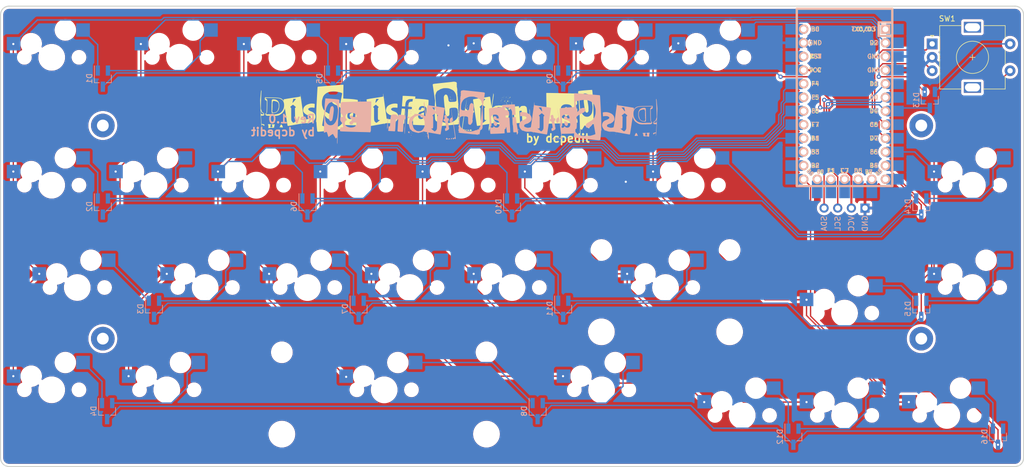
<source format=kicad_pcb>
(kicad_pcb (version 20211014) (generator pcbnew)
  (layers (0 "F.Cu" signal) (31 "B.Cu" signal) (34 "B.Paste" user) (35 "F.Paste" user) (36 "B.SilkS" user "B.Silkscreen") (37 "F.SilkS" user "F.Silkscreen") (38 "B.Mask" user) (39 "F.Mask" user) (44 "Edge.Cuts" user))
  (net 0 "")
  (net 1 "Net-(D1-Pad1)")
  (net 2 "Net-(D1-Pad2)")
  (net 3 "Row0")
  (net 4 "Net-(D2-Pad1)")
  (net 5 "Net-(D2-Pad2)")
  (net 6 "Row1")
  (net 7 "Net-(D3-Pad1)")
  (net 8 "Net-(D3-Pad2)")
  (net 9 "Row2")
  (net 10 "Net-(D4-Pad1)")
  (net 11 "Net-(D4-Pad2)")
  (net 12 "Row3")
  (net 13 "Net-(D5-Pad1)")
  (net 14 "Net-(D5-Pad2)")
  (net 15 "Net-(D6-Pad1)")
  (net 16 "Net-(D6-Pad2)")
  (net 17 "Net-(D7-Pad1)")
  (net 18 "Net-(D7-Pad2)")
  (net 19 "Net-(D8-Pad1)")
  (net 20 "Net-(D8-Pad2)")
  (net 21 "Net-(D9-Pad2)")
  (net 22 "Net-(D9-Pad1)")
  (net 23 "Net-(D10-Pad1)")
  (net 24 "Net-(D10-Pad2)")
  (net 25 "Net-(D11-Pad1)")
  (net 26 "Net-(D11-Pad2)")
  (net 27 "Net-(D12-Pad1)")
  (net 28 "Net-(D12-Pad2)")
  (net 29 "Net-(D13-Pad1)")
  (net 30 "Net-(D13-Pad2)")
  (net 31 "Net-(D14-Pad2)")
  (net 32 "Net-(D14-Pad1)")
  (net 33 "Net-(D15-Pad1)")
  (net 34 "Net-(D15-Pad2)")
  (net 36 "Net-(D16-Pad1)")
  (net 37 "GND")
  (net 38 "+5V")
  (net 39 "SCL")
  (net 40 "SDA")
  (net 41 "Col0")
  (net 42 "Col1")
  (net 43 "Col2")
  (net 44 "Col3")
  (net 45 "Col4")
  (net 46 "Col5")
  (net 47 "Col6")
  (net 48 "Col7")
  (net 49 "ENB")
  (net 50 "ENA")
  (footprint "MX_Only:MXOnly-1U-Hotswap" (layer "F.Cu") (at 61.9125 47.625)
    (fp_text reference "MX21")
    (fp_text value "MX-NoLED")
  )
  (footprint "MountingHole:MountingHole_2.2mm_M2_Pad" (layer "F.Cu") (at 33.3375 76.2)
    (fp_text reference "H2" hide)
    (fp_text value "MountingHole")
  )
  (footprint "MX_Only:MXOnly-1U-Hotswap" (layer "F.Cu") (at 90.4875 66.675)
    (fp_text reference "MX32")
    (fp_text value "MX-NoLED")
  )
  (footprint "MX_Only:MXOnly-1U-Hotswap" (layer "F.Cu") (at 47.625 23.8125)
    (fp_text reference "MX10")
    (fp_text value "MX-NoLED")
  )
  (footprint "MX_Only:MXOnly-1U-Hotswap" (layer "F.Cu") (at 52.3875 66.675)
    (fp_text reference "MX12")
    (fp_text value "MX-NoLED")
  )
  (footprint "MountingHole:MountingHole_2.2mm_M2_Pad" (layer "F.Cu") (at 185.7375 36.5125)
    (fp_text reference "H3" hide)
    (fp_text value "MountingHole")
  )
  (footprint "MX_Only:MXOnly-1U-Hotswap" (layer "F.Cu") (at 109.5375 23.8125)
    (fp_text reference "MX40")
    (fp_text value "MX-NoLED")
  )
  (footprint "Rotary_Encoder:RotaryEncoder_Alps_EC11E-Switch_Vertical_H20mm" (layer "F.Cu") (at 187.76875 21.3125)
    (fp_text reference "SW1")
    (fp_text value "Rotary_Encoder_Switch")
  )
  (footprint "dissat:logo" (layer "F.Cu") (at 93.6625 33.3375)
    (fp_text reference "G***" hide)
    (fp_text value "LOGO" hide)
  )
  (footprint "MX_Only:MXOnly-1U-Hotswap" (layer "F.Cu") (at 23.8125 47.625)
    (fp_text reference "MX01")
    (fp_text value "MX-NoLED")
  )
  (footprint "MX_Only:MXOnly-1U-Hotswap" (layer "F.Cu") (at 71.4375 66.675)
    (fp_text reference "MX22")
    (fp_text value "MX-NoLED")
  )
  (footprint "MX_Only:MXOnly-3U-Hotswap" (layer "F.Cu") (at 85.725 85.725)
    (fp_text reference "MX23")
    (fp_text value "MX-NoLED")
  )
  (footprint "MX_Only:MXOnly-1U-Hotswap" (layer "F.Cu") (at 85.725 23.8125)
    (fp_text reference "MX30")
    (fp_text value "MX-NoLED")
  )
  (footprint "MX_Only:MXOnly-1U-Hotswap" (layer "F.Cu") (at 109.5375 66.675)
    (fp_text reference "MX42")
    (fp_text value "MX-NoLED")
  )
  (footprint "MX_Only:MXOnly-1U-Hotswap" (layer "F.Cu") (at 190.5 90.4875)
    (fp_text reference "MX63")
    (fp_text value "MX-NoLED")
  )
  (footprint "MX_Only:MXOnly-1U-Hotswap" (layer "F.Cu") (at 80.9625 47.625)
    (fp_text reference "MX31")
    (fp_text value "MX-NoLED")
  )
  (footprint "MountingHole:MountingHole_2.2mm_M2_Pad" (layer "F.Cu") (at 185.7375 76.2)
    (fp_text reference "H4" hide)
    (fp_text value "MountingHole")
  )
  (footprint "MX_Only:MXOnly-1U-Hotswap" (layer "F.Cu") (at 66.675 23.8125)
    (fp_text reference "MX20")
    (fp_text value "MX-NoLED")
  )
  (footprint "MX_Only:MXOnly-1U-Hotswap" (layer "F.Cu") (at 195.2625 47.625)
    (fp_text reference "MX71")
    (fp_text value "MX-NoLED")
  )
  (footprint "MX_Only:MXOnly-1.5U-Hotswap" (layer "F.Cu") (at 142.875 47.625)
    (fp_text reference "MX61")
    (fp_text value "MX-NoLED")
  )
  (footprint "MX_Only:MXOnly-1U-Hotswap" (layer "F.Cu") (at 100.0125 47.625)
    (fp_text reference "MX41")
    (fp_text value "MX-NoLED")
  )
  (footprint "MX_Only:MXOnly-1U-Hotswap" (layer "F.Cu") (at 42.8625 47.625)
    (fp_text reference "MX11")
    (fp_text value "MX-NoLED")
  )
  (footprint "MX_Only:MXOnly-1.25U-Hotswap" (layer "F.Cu") (at 126.20625 85.725)
    (fp_text reference "MX33")
    (fp_text value "MX-NoLED")
  )
  (footprint "MX_Only:MXOnly-1U-Hotswap" (layer "F.Cu") (at 23.8125 23.8125)
    (fp_text reference "MX00")
    (fp_text value "MX-NoLED")
  )
  (footprint "MX_Only:MXOnly-1U-Hotswap" (layer "F.Cu") (at 147.6375 23.8125)
    (fp_text reference "MX60")
    (fp_text value "MX-NoLED")
  )
  (footprint "MX_Only:MXOnly-1U-Hotswap" (layer "F.Cu") (at 23.8125 85.725)
    (fp_text reference "MX03")
    (fp_text value "MX-NoLED")
  )
  (footprint "MX_Only:MXOnly-1U-Hotswap" (layer "F.Cu") (at 171.45 90.4875)
    (fp_text reference "MX53")
    (fp_text value "MX-NoLED")
  )
  (footprint "MX_Only:MXOnly-1U-Hotswap" (layer "F.Cu") (at 152.4 90.4875)
    (fp_text reference "MX43")
    (fp_text value "MX-NoLED")
  )
  (footprint "MX_Only:MXOnly-1U-Hotswap" (layer "F.Cu") (at 119.0625 47.625)
    (fp_text reference "MX51")
    (fp_text value "MX-NoLED")
  )
  (footprint "MX_Only:MXOnly-1U-Hotswap" (layer "F.Cu") (at 195.2625 66.675)
    (fp_text reference "MX72")
    (fp_text value "MX-NoLED")
  )
  (footprint "MX_Only:MXOnly-1U-Hotswap" (layer "F.Cu") (at 128.5875 23.8125)
    (fp_text reference "MX50")
    (fp_text value "MX-NoLED")
  )
  (footprint "MX_Only:MXOnly-2U-Hotswap" (layer "F.Cu") (at 138.1125 66.675)
    (fp_text reference "MX52")
    (fp_text value "MX-NoLED")
  )
  (footprint "MX_Only:MXOnly-1.25U-Hotswap" (layer "F.Cu") (at 45.24375 85.725)
    (fp_text reference "MX13")
    (fp_text value "MX-NoLED")
  )
  (footprint "Custom_Footprints:SSD1306_OLED" (layer "F.Cu") (at 171.45 34.13125 90)
    (fp_text reference "J1")
    (fp_text value "OLED")
  )
  (footprint "MX_Only:MXOnly-1U-Hotswap" (layer "F.Cu") (at 171.45 71.4375)
    (fp_text reference "MX62")
    (fp_text value "MX-NoLED")
  )
  (footprint "MX_Only:MXOnly-1.5U-Hotswap" (layer "F.Cu") (at 28.575 66.675)
    (fp_text reference "MX02")
    (fp_text value "MX-NoLED")
  )
  (footprint "MountingHole:MountingHole_2.2mm_M2_Pad" (layer "F.Cu") (at 33.3375 36.5125)
    (fp_text reference "H1" hide)
    (fp_text value "MountingHole")
  )
  (footprint "Keebio-Parts:SOT-23_Handsoldering" (layer "B.Cu") (at 34.13125 89.69375 -90)
    (fp_text reference "D4")
    (fp_text value "BAV70")
  )
  (footprint "Keebio-Parts:SOT-23_Handsoldering" (layer "B.Cu") (at 114.3 89.69375 -90)
    (fp_text reference "D8")
    (fp_text value "BAV70")
  )
  (footprint "Keebio-Parts:Elite-C-castellated-29pin-holes" (layer "B.Cu") (at 171.45 32.54375 -90)
    (fp_text reference "U1" hide)
    (fp_text value "Elite-C" hide)
  )
  (footprint "Keebio-Parts:SOT-23_Handsoldering" (layer "B.Cu") (at 119.0625 27.78125 -90)
    (fp_text reference "D9")
    (fp_text value "BAV70")
  )
  (footprint "Keebio-Parts:SOT-23_Handsoldering" (layer "B.Cu") (at 76.2 27.78125 -90)
    (fp_text reference "D5")
    (fp_text value "BAV70")
  )
  (footprint "Keebio-Parts:SOT-23_Handsoldering" (layer "B.Cu") (at 187.325 31.75 -90)
    (fp_text reference "D13")
    (fp_text value "BAV70")
  )
  (footprint "Keebio-Parts:SOT-23_Handsoldering" (layer "B.Cu") (at 42.8625 70.64375 -90)
    (fp_text reference "D3")
    (fp_text value "BAV70")
  )
  (footprint "Keebio-Parts:SOT-23_Handsoldering" (layer "B.Cu") (at 80.9625 70.64375 -90)
    (fp_text reference "D7")
    (fp_text value "BAV70")
  )
  (footprint "dissat:logo" (layer "B.Cu") (at 105.56875 34.925 180)
    (fp_text reference "G***" hide)
    (fp_text value "LOGO" hide)
  )
  (footprint "Keebio-Parts:SOT-23_Handsoldering" (layer "B.Cu") (at 71.4375 51.59375 -90)
    (fp_text reference "D6")
    (fp_text value "BAV70")
  )
  (footprint "Keebio-Parts:SOT-23_Handsoldering" (layer "B.Cu") (at 200.025 94.45625 -90)
    (fp_text reference "D16")
    (fp_text value "BAV70")
  )
  (footprint "Keebio-Parts:SOT-23_Handsoldering" (layer "B.Cu") (at 185.7375 70.64375 -90)
    (fp_text reference "D15")
    (fp_text value "BAV70")
  )
  (footprint "Keebio-Parts:SOT-23_Handsoldering" (layer "B.Cu") (at 161.925 94.45625 -90)
    (fp_text reference "D12")
    (fp_text value "BAV70")
  )
  (footprint "Keebio-Parts:SOT-23_Handsoldering" (layer "B.Cu") (at 33.3375 51.59375 -90)
    (fp_text reference "D2")
    (fp_text value "BAV70")
  )
  (footprint "Keebio-Parts:SOT-23_Handsoldering" (layer "B.Cu") (at 33.3375 27.78125 -90)
    (fp_text reference "D1")
    (fp_text value "BAV70")
  )
  (footprint "Keebio-Parts:SOT-23_Handsoldering" (layer "B.Cu") (at 185.7375 51.59375 -90)
    (fp_text reference "D14")
    (fp_text value "BAV70")
  )
  (footprint "Keebio-Parts:SOT-23_Handsoldering" (layer "B.Cu") (at 119.0625 70.64375 -90)
    (fp_text reference "D11")
    (fp_text value "BAV70")
  )
  (footprint "Keebio-Parts:SOT-23_Handsoldering" (layer "B.Cu") (at 109.5375 51.59375 -90)
    (fp_text reference "D10")
    (fp_text value "BAV70")
  )
  (gr_line (start 204.7875 15.875) (end 204.7875 98.425) (layer "Edge.Cuts") (width 0.2))
  (gr_line (start 203.2 14.2875) (end 15.875 14.2875) (layer "Edge.Cuts") (width 0.2))
  (gr_arc (start 15.875 100.0125) (mid 14.752468 99.547532) (end 14.2875 98.425) (layer "Edge.Cuts") (width 0.2))
  (gr_arc (start 204.7875 98.425) (mid 204.322532 99.547532) (end 203.2 100.0125) (layer "Edge.Cuts") (width 0.2))
  (gr_line (start 15.875 100.0125) (end 203.2 100.0125) (layer "Edge.Cuts") (width 0.2))
  (gr_arc (start 14.2875 15.875) (mid 14.752468 14.752468) (end 15.875 14.2875) (layer "Edge.Cuts") (width 0.2))
  (gr_arc (start 203.2 14.2875) (mid 204.322532 14.752468) (end 204.7875 15.875) (layer "Edge.Cuts") (width 0.2))
  (gr_line (start 14.2875 15.875) (end 14.2875 98.425) (layer "Edge.Cuts") (width 0.2))
  (gr_text "Rev 1.0\nby dcpedit" (at 73.025 36.5125) (layer "B.SilkS") (effects (font (size 1.5 1.5) (thickness 0.3)) (justify left mirror)))
  (gr_text "by dcpedit" (at 111.91875 38.89375) (layer "F.SilkS") (effects (font (size 1.5 1.5) (thickness 0.3)) (justify left)))
  (segment (start 32.3875 21.4655) (end 32.3875 26.28125) (width 0.25) (layer "B.Cu") (net 1))
  (segment (start 29.6545 18.7325) (end 32.3875 21.4655) (width 0.25) (layer "B.Cu") (net 1))
  (segment (start 51.455479 23.331475) (end 51.455479 20.744021) (width 0.25) (layer "B.Cu") (net 2))
  (segment (start 51.455479 20.744021) (end 53.467 18.7325) (width 0.25) (layer "B.Cu") (net 2))
  (segment (start 48.505704 26.28125) (end 51.455479 23.331475) (width 0.25) (layer "B.Cu") (net 2))
  (segment (start 34.2875 26.28125) (end 48.505704 26.28125) (width 0.25) (layer "B.Cu") (net 2))
  (segment (start 166.9155 27.912098) (end 166.9155 33.147) (width 0.25) (layer "F.Cu") (net 3))
  (segment (start 166.435402 27.432) (end 166.9155 27.912098) (width 0.25) (layer "F.Cu") (net 3))
  (segment (start 159.54375 27.432) (end 166.435402 27.432) (width 0.25) (layer "F.Cu") (net 3))
  (via (at 159.54375 27.432) (size 0.8) (drill 0.4) (layers "F.Cu" "B.Cu") (net 3))
  (via (at 166.9155 33.147) (size 0.8) (drill 0.4) (layers "F.Cu" "B.Cu") (net 3))
  (segment (start 121.61298 26.73077) (end 151.06923 26.73077) (width 0.25) (layer "B.Cu") (net 3))
  (segment (start 169.270555 32.64904) (end 177.90529 32.64904) (width 0.25) (layer "B.Cu") (net 3))
  (segment (start 73.64952 26.73077) (end 35.88798 26.73077) (width 0.25) (layer "B.Cu") (net 3))
  (segment (start 168.664602 33.254992) (end 169.047672 32.871922) (width 0.25) (layer "B.Cu") (net 3))
  (segment (start 119.0625 29.28125) (end 121.61298 26.73077) (width 0.25) (layer "B.Cu") (net 3))
  (segment (start 179.63375 33.25) (end 179.07 33.81375) (width 0.25) (layer "B.Cu") (net 3))
  (segment (start 167.023492 33.254992) (end 168.664602 33.254992) (width 0.25) (layer "B.Cu") (net 3))
  (segment (start 177.90529 32.64904) (end 179.07 33.81375) (width 0.25) (layer "B.Cu") (net 3))
  (segment (start 187.325 33.25) (end 179.63375 33.25) (width 0.25) (layer "B.Cu") (net 3))
  (segment (start 169.047672 32.871922) (end 169.270555 32.64904) (width 0.25) (layer "B.Cu") (net 3))
  (segment (start 151.06923 26.73077) (end 155.92152 26.73077) (width 0.25) (layer "B.Cu") (net 3))
  (segment (start 155.92152 26.73077) (end 158.84252 26.73077) (width 0.25) (layer "B.Cu") (net 3))
  (segment (start 78.75048 26.73077) (end 76.2 29.28125) (width 0.25) (layer "B.Cu") (net 3))
  (segment (start 158.84252 26.73077) (end 159.54375 27.432) (width 0.25) (layer "B.Cu") (net 3))
  (segment (start 119.0625 29.28125) (end 116.51202 26.73077) (width 0.25) (layer "B.Cu") (net 3))
  (segment (start 116.51202 26.73077) (end 78.75048 26.73077) (width 0.25) (layer "B.Cu") (net 3))
  (segment (start 35.88798 26.73077) (end 33.3375 29.28125) (width 0.25) (layer "B.Cu") (net 3))
  (segment (start 166.9155 33.147) (end 167.023492 33.254992) (width 0.25) (layer "B.Cu") (net 3))
  (segment (start 76.2 29.28125) (end 73.64952 26.73077) (width 0.25) (layer "B.Cu") (net 3))
  (segment (start 32.3875 45.278) (end 32.3875 50.09375) (width 0.25) (layer "B.Cu") (net 4))
  (segment (start 29.6545 42.545) (end 32.3875 45.278) (width 0.25) (layer "B.Cu") (net 4))
  (segment (start 43.743204 50.09375) (end 46.89475 46.942204) (width 0.25) (layer "B.Cu") (net 5))
  (segment (start 34.2875 50.09375) (end 43.743204 50.09375) (width 0.25) (layer "B.Cu") (net 5))
  (segment (start 46.89475 44.35475) (end 48.7045 42.545) (width 0.25) (layer "B.Cu") (net 5))
  (segment (start 46.89475 46.942204) (end 46.89475 44.35475) (width 0.25) (layer "B.Cu") (net 5))
  (segment (start 185.7375 53.09375) (end 185.7375 51.276968) (width 0.25) (layer "F.Cu") (net 6))
  (segment (start 180.974282 46.51375) (end 179.07 46.51375) (width 0.25) (layer "F.Cu") (net 6))
  (segment (start 185.7375 51.276968) (end 180.974282 46.51375) (width 0.25) (layer "F.Cu") (net 6))
  (via (at 185.7375 53.09375) (size 0.8) (drill 0.4) (layers "F.Cu" "B.Cu") (net 6))
  (segment (start 178.298447 57.21852) (end 162.754802 57.21852) (width 0.25) (layer "B.Cu") (net 6))
  (segment (start 106.98702 50.54327) (end 73.98798 50.54327) (width 0.25) (layer "B.Cu") (net 6))
  (segment (start 162.754802 57.21852) (end 156.079552 50.54327) (width 0.25) (layer "B.Cu") (net 6))
  (segment (start 109.5375 53.09375) (end 106.98702 50.54327) (width 0.25) (layer "B.Cu") (net 6))
  (segment (start 112.08798 50.54327) (end 109.5375 53.09375) (width 0.25) (layer "B.Cu") (net 6))
  (segment (start 185.7375 53.09375) (end 182.423218 53.09375) (width 0.25) (layer "B.Cu") (net 6))
  (segment (start 35.88798 50.54327) (end 33.3375 53.09375) (width 0.25) (layer "B.Cu") (net 6))
  (segment (start 71.4375 53.09375) (end 68.88702 50.54327) (width 0.25) (layer "B.Cu") (net 6))
  (segment (start 68.88702 50.54327) (end 35.88798 50.54327) (width 0.25) (layer "B.Cu") (net 6))
  (segment (start 73.98798 50.54327) (end 71.4375 53.09375) (width 0.25) (layer "B.Cu") (net 6))
  (segment (start 182.423218 53.09375) (end 178.298447 57.21852) (width 0.25) (layer "B.Cu") (net 6))
  (segment (start 156.079552 50.54327) (end 112.08798 50.54327) (width 0.25) (layer "B.Cu") (net 6))
  (segment (start 34.417 61.64825) (end 41.9125 69.14375) (width 0.25) (layer "B.Cu") (net 7))
  (segment (start 34.417 61.595) (end 34.417 61.64825) (width 0.25) (layer "B.Cu") (net 7))
  (segment (start 56.217979 66.193975) (end 56.217979 63.606521) (width 0.25) (layer "B.Cu") (net 8))
  (segment (start 43.8125 69.14375) (end 53.268204 69.14375) (width 0.25) (layer "B.Cu") (net 8))
  (segment (start 56.217979 63.606521) (end 58.2295 61.595) (width 0.25) (layer "B.Cu") (net 8))
  (segment (start 53.268204 69.14375) (end 56.217979 66.193975) (width 0.25) (layer "B.Cu") (net 8))
  (segment (start 187.66923 63.559906) (end 187.66923 52.57298) (width 0.25) (layer "F.Cu") (net 9))
  (segment (start 185.7375 65.491636) (end 187.66923 63.559906) (width 0.25) (layer "F.Cu") (net 9))
  (segment (start 187.66923 52.57298) (end 179.07 43.97375) (width 0.25) (layer "F.Cu") (net 9))
  (segment (start 185.7375 72.14375) (end 185.7375 65.491636) (width 0.25) (layer "F.Cu") (net 9))
  (via (at 185.7375 72.14375) (size 0.8) (drill 0.4) (layers "F.Cu" "B.Cu") (net 9))
  (segment (start 184.0625 73.81875) (end 185.7375 72.14375) (width 0.25) (layer "B.Cu") (net 9))
  (segment (start 121.61298 69.59327) (end 160.87452 69.59327) (width 0.25) (layer "B.Cu") (net 9))
  (segment (start 80.9625 72.14375) (end 78.41202 69.59327) (width 0.25) (layer "B.Cu") (net 9))
  (segment (start 119.0625 72.14375) (end 121.61298 69.59327) (width 0.25) (layer "B.Cu") (net 9))
  (segment (start 45.41298 69.59327) (end 42.8625 72.14375) (width 0.25) (layer "B.Cu") (net 9))
  (segment (start 78.41202 69.59327) (end 45.41298 69.59327) (width 0.25) (layer "B.Cu") (net 9))
  (segment (start 165.1 73.81875) (end 184.0625 73.81875) (width 0.25) (layer "B.Cu") (net 9))
  (segment (start 119.0625 72.14375) (end 116.51202 69.59327) (width 0.25) (layer "B.Cu") (net 9))
  (segment (start 116.51202 69.59327) (end 83.51298 69.59327) (width 0.25) (layer "B.Cu") (net 9))
  (segment (start 160.87452 69.59327) (end 165.1 73.81875) (width 0.25) (layer "B.Cu") (net 9))
  (segment (start 83.51298 69.59327) (end 80.9625 72.14375) (width 0.25) (layer "B.Cu") (net 9))
  (segment (start 33.18125 88.19375) (end 33.18125 84.17175) (width 0.25) (layer "B.Cu") (net 10))
  (segment (start 33.18125 84.17175) (end 29.6545 80.645) (width 0.25) (layer "B.Cu") (net 10))
  (segment (start 46.124454 88.19375) (end 49.045737 85.272467) (width 0.25) (layer "B.Cu") (net 11))
  (segment (start 49.045737 82.685013) (end 51.08575 80.645) (width 0.25) (layer "B.Cu") (net 11))
  (segment (start 49.045737 85.272467) (end 49.045737 82.685013) (width 0.25) (layer "B.Cu") (net 11))
  (segment (start 35.08125 88.19375) (end 46.124454 88.19375) (width 0.25) (layer "B.Cu") (net 11))
  (segment (start 187.466453 86.072979) (end 189.512553 88.119079) (width 0.25) (layer "F.Cu") (net 12))
  (segment (start 163.83 46.51375) (end 165.120479 47.804229) (width 0.25) (layer "F.Cu") (net 12))
  (segment (start 200.025 93.165409) (end 200.025 95.95625) (width 0.25) (layer "F.Cu") (net 12))
  (segment (start 189.512553 88.119079) (end 194.97867 88.119079) (width 0.25) (layer "F.Cu") (net 12))
  (segment (start 194.97867 88.119079) (end 200.025 93.165409) (width 0.25) (layer "F.Cu") (net 12))
  (segment (start 179.196447 86.072979) (end 187.466453 86.072979) (width 0.25) (layer "F.Cu") (net 12))
  (segment (start 165.120479 71.997011) (end 179.196447 86.072979) (width 0.25) (layer "F.Cu") (net 12))
  (segment (start 165.120479 47.804229) (end 165.120479 71.997011) (width 0.25) (layer "F.Cu") (net 12))
  (via (at 200.025 95.95625) (size 0.8) (drill 0.4) (layers "F.Cu" "B.Cu") (net 12))
  (segment (start 111.91875 88.8125) (end 36.5125 88.8125) (width 0.25) (layer "B.Cu") (net 12))
  (segment (start 197.47452 93.40577) (end 164.47548 93.40577) (width 0.25) (layer "B.Cu") (net 12))
  (segment (start 142.836748 88.64327) (end 116.85048 88.64327) (width 0.25) (layer "B.Cu") (net 12))
  (segment (start 36.5125 88.8125) (end 34.13125 91.19375) (width 0.25) (layer "B.Cu") (net 12))
  (segment (start 200.025 95.95625) (end 197.47452 93.40577) (width 0.25) (layer "B.Cu") (net 12))
  (segment (start 158.8375 92.86875) (end 147.062228 92.86875) (width 0.25) (layer "B.Cu") (net 12))
  (segment (start 164.47548 93.40577) (end 161.925 95.95625) (width 0.25) (layer "B.Cu") (net 12))
  (segment (start 161.925 95.95625) (end 158.8375 92.86875) (width 0.25) (layer "B.Cu") (net 12))
  (segment (start 147.062228 92.86875) (end 142.836748 88.64327) (width 0.25) (layer "B.Cu") (net 12))
  (segment (start 116.85048 88.64327) (end 114.3 91.19375) (width 0.25) (layer "B.Cu") (net 12))
  (segment (start 114.3 91.19375) (end 111.91875 88.8125) (width 0.25) (layer "B.Cu") (net 12))
  (segment (start 75.25 21.4655) (end 75.25 26.28125) (width 0.25) (layer "B.Cu") (net 13))
  (segment (start 72.517 18.7325) (end 75.25 21.4655) (width 0.25) (layer "B.Cu") (net 13))
  (segment (start 77.15 26.28125) (end 86.605704 26.28125) (width 0.25) (layer "B.Cu") (net 14))
  (segment (start 86.605704 26.28125) (end 89.69375 23.193204) (width 0.25) (layer "B.Cu") (net 14))
  (segment (start 89.69375 23.193204) (end 89.69375 20.60575) (width 0.25) (layer "B.Cu") (net 14))
  (segment (start 89.69375 20.60575) (end 91.567 18.7325) (width 0.25) (layer "B.Cu") (net 14))
  (segment (start 67.7545 42.545) (end 70.4875 45.278) (width 0.25) (layer "B.Cu") (net 15))
  (segment (start 70.4875 45.278) (end 70.4875 50.09375) (width 0.25) (layer "B.Cu") (net 15))
  (segment (start 72.3875 50.09375) (end 81.843204 50.09375) (width 0.25) (layer "B.Cu") (net 16))
  (segment (start 84.99475 46.942204) (end 84.99475 44.35475) (width 0.25) (layer "B.Cu") (net 16))
  (segment (start 84.99475 44.35475) (end 86.8045 42.545) (width 0.25) (layer "B.Cu") (net 16))
  (segment (start 81.843204 50.09375) (end 84.99475 46.942204) (width 0.25) (layer "B.Cu") (net 16))
  (segment (start 80.0125 64.328) (end 80.0125 69.14375) (width 0.25) (layer "B.Cu") (net 17))
  (segment (start 77.2795 61.595) (end 80.0125 64.328) (width 0.25) (layer "B.Cu") (net 17))
  (segment (start 94.317979 66.193975) (end 94.317979 63.606521) (width 0.25) (layer "B.Cu") (net 18))
  (segment (start 81.9125 69.14375) (end 91.368204 69.14375) (width 0.25) (layer "B.Cu") (net 18))
  (segment (start 94.317979 63.606521) (end 96.3295 61.595) (width 0.25) (layer "B.Cu") (net 18))
  (segment (start 91.368204 69.14375) (end 94.317979 66.193975) (width 0.25) (layer "B.Cu") (net 18))
  (segment (start 105.80125 80.645) (end 113.35 88.19375) (width 0.25) (layer "B.Cu") (net 19))
  (segment (start 91.567 80.645) (end 105.80125 80.645) (width 0.25) (layer "B.Cu") (net 19))
  (segment (start 130.20675 82.4865) (end 132.04825 80.645) (width 0.25) (layer "B.Cu") (net 20))
  (segment (start 127.086954 88.19375) (end 130.20675 85.073954) (width 0.25) (layer "B.Cu") (net 20))
  (segment (start 115.25 88.19375) (end 127.086954 88.19375) (width 0.25) (layer "B.Cu") (net 20))
  (segment (start 130.20675 85.073954) (end 130.20675 82.4865) (width 0.25) (layer "B.Cu") (net 20))
  (segment (start 132.611737 23.137717) (end 132.611737 20.550263) (width 0.25) (layer "B.Cu") (net 21))
  (segment (start 120.0125 26.28125) (end 129.468204 26.28125) (width 0.25) (layer "B.Cu") (net 21))
  (segment (start 129.468204 26.28125) (end 132.611737 23.137717) (width 0.25) (layer "B.Cu") (net 21))
  (segment (start 132.611737 20.550263) (end 134.4295 18.7325) (width 0.25) (layer "B.Cu") (net 21))
  (segment (start 118.1125 26.28125) (end 118.1125 21.4655) (width 0.25) (layer "B.Cu") (net 22))
  (segment (start 118.1125 21.4655) (end 115.3795 18.7325) (width 0.25) (layer "B.Cu") (net 22))
  (segment (start 108.5875 45.278) (end 108.5875 50.09375) (width 0.25) (layer "B.Cu") (net 23))
  (segment (start 105.8545 42.545) (end 108.5875 45.278) (width 0.25) (layer "B.Cu") (net 23))
  (segment (start 110.4875 50.09375) (end 119.943204 50.09375) (width 0.25) (layer "B.Cu") (net 24))
  (segment (start 122.892979 47.143975) (end 122.892979 44.556521) (width 0.25) (layer "B.Cu") (net 24))
  (segment (start 119.943204 50.09375) (end 122.892979 47.143975) (width 0.25) (layer "B.Cu") (net 24))
  (segment (start 122.892979 44.556521) (end 124.9045 42.545) (width 0.25) (layer "B.Cu") (net 24))
  (segment (start 118.1125 64.328) (end 118.1125 69.14375) (width 0.25) (layer "B.Cu") (net 25))
  (segment (start 115.3795 61.595) (end 118.1125 64.328) (width 0.25) (layer "B.Cu") (net 25))
  (segment (start 142.08125 66.055704) (end 142.08125 63.46825) (width 0.25) (layer "B.Cu") (net 26))
  (segment (start 120.0125 69.14375) (end 138.993204 69.14375) (width 0.25) (layer "B.Cu") (net 26))
  (segment (start 138.993204 69.14375) (end 142.08125 66.055704) (width 0.25) (layer "B.Cu") (net 26))
  (segment (start 142.08125 63.46825) (end 143.9545 61.595) (width 0.25) (layer "B.Cu") (net 26))
  (segment (start 160.975 88.1405) (end 160.975 92.95625) (width 0.25) (layer "B.Cu") (net 27))
  (segment (start 158.242 85.4075) (end 160.975 88.1405) (width 0.25) (layer "B.Cu") (net 27))
  (segment (start 162.875 92.95625) (end 172.330704 92.95625) (width 0.25) (layer "B.Cu") (net 28))
  (segment (start 175.41875 89.868204) (end 175.41875 87.28075) (width 0.25) (layer "B.Cu") (net 28))
  (segment (start 175.41875 87.28075) (end 177.292 85.4075) (width 0.25) (layer "B.Cu") (net 28))
  (segment (start 172.330704 92.95625) (end 175.41875 89.868204) (width 0.25) (layer "B.Cu") (net 28))
  (segment (start 177.83175 27.432) (end 183.557 27.432) (width 0.25) (layer "F.Cu") (net 29))
  (segment (start 183.557 27.432) (end 186.375 30.25) (width 0.25) (layer "F.Cu") (net 29))
  (via (at 177.83175 27.432) (size 0.8) (drill 0.4) (layers "F.Cu" "B.Cu") (net 29))
  (via (at 186.375 30.25) (size 0.8) (drill 0.4) (layers "F.Cu" "B.Cu") (net 29))
  (segment (start 174.171511 17.249239) (end 176.474053 17.249239) (width 0.25) (layer "B.Cu") (net 29))
  (segment (start 177.227782 18.002968) (end 177.419669 18.194855) (width 0.25) (layer "B.Cu") (net 29))
  (segment (start 153.4795 18.7325) (end 154.962761 17.249239) (width 0.25) (layer "B.Cu") (net 29))
  (segment (start 177.419669 18.194855) (end 177.419669 20.099137) (width 0.25) (layer "B.Cu") (net 29))
  (segment (start 177.869189 20.548657) (end 177.869189 27.394561) (width 0.25) (layer "B.Cu") (net 29))
  (segment (start 154.962761 17.249239) (end 174.171511 17.249239) (width 0.25) (layer "B.Cu") (net 29))
  (segment (start 176.474053 17.249239) (end 177.227782 18.002968) (width 0.25) (layer "B.Cu") (net 29))
  (segment (start 177.419669 20.099137) (end 177.869189 20.548657) (width 0.25) (layer "B.Cu") (net 29))
  (segment (start 177.869189 27.394561) (end 177.83175 27.432) (width 0.25) (layer "B.Cu") (net 29))
  (segment (start 188.275 30.25) (end 197.2125 21.3125) (width 0.25) (layer "B.Cu") (net 30))
  (segment (start 197.2125 21.3125) (end 202.26875 21.3125) (width 0.25) (layer "B.Cu") (net 30))
  (segment (start 199.092979 44.556521) (end 201.1045 42.545) (width 0.25) (layer "B.Cu") (net 31))
  (segment (start 199.092979 47.763271) (end 199.092979 44.556521) (width 0.25) (layer "B.Cu") (net 31))
  (segment (start 186.6875 50.09375) (end 196.7625 50.09375) (width 0.25) (layer "B.Cu") (net 31))
  (segment (start 196.7625 50.09375) (end 199.092979 47.763271) (width 0.25) (layer "B.Cu") (net 31))
  (segment (start 162.941 56.769) (end 148.717 42.545) (width 0.25) (layer "B.Cu") (net 32))
  (segment (start 178.11225 56.769) (end 162.941 56.769) (width 0.25) (layer "B.Cu") (net 32))
  (segment (start 184.7875 50.09375) (end 178.11225 56.769) (width 0.25) (layer "B.Cu") (net 32))
  (segment (start 182.00125 66.3575) (end 184.7875 69.14375) (width 0.25) (layer "B.Cu") (net 33))
  (segment (start 177.292 66.3575) (end 182.00125 66.3575) (width 0.25) (layer "B.Cu") (net 33))
  (segment (start 196.143204 69.14375) (end 199.092979 66.193975) (width 0.25) (layer "B.Cu") (net 34))
  (segment (start 199.092979 66.193975) (end 199.092979 63.606521) (width 0.25) (layer "B.Cu") (net 34))
  (segment (start 186.6875 69.14375) (end 196.143204 69.14375) (width 0.25) (layer "B.Cu") (net 34))
  (segment (start 199.092979 63.606521) (end 201.1045 61.595) (width 0.25) (layer "B.Cu") (net 34))
  (segment (start 196.342 85.4075) (end 199.075 88.1405) (width 0.25) (layer "B.Cu") (net 36))
  (segment (start 199.075 88.1405) (end 199.075 92.95625) (width 0.25) (layer "B.Cu") (net 36))
  (via (at 97.69475 21.59) (size 0.8) (drill 0.4) (layers "F.Cu" "B.Cu") (net 37))
  (via (at 130.71475 46.99) (size 0.8) (drill 0.4) (layers "F.Cu" "B.Cu") (net 37))
  (segment (start 167.43052 27.69877) (end 165.9255 26.19375) (width 0.381) (layer "F.Cu") (net 38))
  (segment (start 169.154511 32.115516) (end 167.43052 30.391524) (width 0.381) (layer "F.Cu") (net 38))
  (segment (start 169.154511 32.857715) (end 169.154511 32.115516) (width 0.381) (layer "F.Cu") (net 38))
  (segment (start 168.60454 43.781738) (end 168.60454 33.401) (width 0.381) (layer "F.Cu") (net 38))
  (segment (start 165.9255 26.19375) (end 163.83 26.19375) (width 0.381) (layer "F.Cu") (net 38))
  (segment (start 167.43052 30.391524) (end 167.43052 27.69877) (width 0.381) (layer "F.Cu") (net 38))
  (segment (start 168.60454 33.401) (end 168.611226 33.401) (width 0.381) (layer "F.Cu") (net 38))
  (segment (start 172.72 51.88575) (end 172.72 45.992915) (width 0.381) (layer "F.Cu") (net 38))
  (segment (start 172.72 45.992915) (end 171.939085 45.212) (width 0.381) (layer "F.Cu") (net 38))
  (segment (start 170.034802 45.212) (end 168.60454 43.781738) (width 0.381) (layer "F.Cu") (net 38))
  (segment (start 171.939085 45.212) (end 170.034802 45.212) (width 0.381) (layer "F.Cu") (net 38))
  (segment (start 168.611226 33.401) (end 169.154511 32.857715) (width 0.381) (layer "F.Cu") (net 38))
  (segment (start 168.08952 32.805461) (end 168.3645 32.530481) (width 0.25) (layer "F.Cu") (net 39))
  (segment (start 170.18 46.085546) (end 168.08952 43.995066) (width 0.25) (layer "F.Cu") (net 39))
  (segment (start 168.08952 43.995066) (end 168.08952 34.544) (width 0.25) (layer "F.Cu") (net 39))
  (segment (start 168.08952 34.544) (end 168.08952 32.805461) (width 0.25) (layer "F.Cu") (net 39))
  (segment (start 170.18 51.88575) (end 170.18 46.085546) (width 0.25) (layer "F.Cu") (net 39))
  (via (at 168.3645 32.530481) (size 0.8) (drill 0.4) (layers "F.Cu" "B.Cu") (net 39))
  (segment (start 179.07 31.27375) (end 178.14423 32.19952) (width 0.25) (layer "B.Cu") (net 39))
  (segment (start 168.3645 32.45425) (end 168.3645 32.530481) (width 0.25) (layer "B.Cu") (net 39))
  (segment (start 168.61923 32.19952) (end 168.3645 32.45425) (width 0.25) (layer "B.Cu") (net 39))
  (segment (start 178.14423 32.19952) (end 168.61923 32.19952) (width 0.25) (layer "B.Cu") (net 39))
  (segment (start 167.64 51.88575) (end 167.64 31.78175) (width 0.25) (layer "F.Cu") (net 40))
  (segment (start 167.64 31.78175) (end 167.67175 31.75) (width 0.25) (layer "F.Cu") (net 40))
  (via (at 167.67175 31.75) (size 0.8) (drill 0.4) (layers "F.Cu" "B.Cu") (net 40))
  (segment (start 167.67175 31.75) (end 176.05375 31.75) (width 0.25) (layer "B.Cu") (net 40))
  (segment (start 176.05375 31.75) (end 179.07 28.73375) (width 0.25) (layer "B.Cu") (net 40))
  (segment (start 16.66875 21.336) (end 16.66875 45.085) (width 0.25) (layer "F.Cu") (net 41))
  (segment (start 16.66875 59.309) (end 21.49475 64.135) (width 0.25) (layer "F.Cu") (net 41))
  (segment (start 16.66875 83.185) (end 16.66875 68.961) (width 0.25) (layer "F.Cu") (net 41))
  (segment (start 16.66875 68.961) (end 21.49475 64.135) (width 0.25) (layer "F.Cu") (net 41))
  (segment (start 16.66875 45.085) (end 16.66875 59.309) (width 0.25) (layer "F.Cu") (net 41))
  (via (at 16.66875 45.085) (size 0.8) (drill 0.4) (layers "F.Cu" "B.Cu") (net 41))
  (via (at 21.49475 64.135) (size 0.8) (drill 0.4) (layers "F.Cu" "B.Cu") (net 41))
  (via (at 16.66875 21.336) (size 0.8) (drill 0.4) (layers "F.Cu" "B.Cu") (net 41))
  (via (at 16.66875 83.185) (size 0.8) (drill 0.4) (layers "F.Cu" "B.Cu") (net 41))
  (segment (start 176.846449 16.350199) (end 179.07 18.57375) (width 0.25) (layer "B.Cu") (net 41))
  (segment (start 154.04576 16.350199) (end 176.846449 16.350199) (width 0.25) (layer "B.Cu") (net 41))
  (segment (start 44.710291 16.408459) (end 153.9875 16.408459) (width 0.25) (layer "B.Cu") (net 41))
  (segment (start 153.9875 16.408459) (end 154.04576 16.350199) (width 0.25) (layer "B.Cu") (net 41))
  (segment (start 44.260771 16.857979) (end 44.710291 16.408459) (width 0.25) (layer "B.Cu") (net 41))
  (segment (start 21.142021 16.857979) (end 44.260771 16.857979) (width 0.25) (layer "B.Cu") (net 41))
  (segment (start 16.7275 21.2725) (end 21.142021 16.857979) (width 0.25) (layer "B.Cu") (net 41))
  (segment (start 38.13175 71.247) (end 45.24375 64.135) (width 0.25) (layer "F.Cu") (net 42))
  (segment (start 40.41775 21.336) (end 40.41775 40.386) (width 0.25) (layer "F.Cu") (net 42))
  (segment (start 36.532979 45.899229) (end 35.71875 45.085) (width 0.25) (layer "F.Cu") (net 42))
  (segment (start 45.24375 64.135) (end 36.532979 55.424229) (width 0.25) (layer "F.Cu") (net 42))
  (segment (start 40.41775 40.386) (end 35.71875 45.085) (width 0.25) (layer "F.Cu") (net 42))
  (segment (start 38.13175 83.185) (end 38.13175 71.247) (width 0.25) (layer "F.Cu") (net 42))
  (segment (start 36.532979 55.424229) (end 36.532979 45.899229) (width 0.25) (layer "F.Cu") (net 42))
  (via (at 35.71875 45.085) (size 0.8) (drill 0.4) (layers "F.Cu" "B.Cu") (net 42))
  (via (at 40.41775 21.336) (size 0.8) (drill 0.4) (layers "F.Cu" "B.Cu") (net 42))
  (via (at 45.24375 64.135) (size 0.8) (drill 0.4) (layers "F.Cu" "B.Cu") (net 42))
  (via (at 38.13175 83.185) (size 0.8) (drill 0.4) (layers "F.Cu" "B.Cu") (net 42))
  (segment (start 177.869189 18.008657) (end 177.869189 19.912939) (width 0.25) (layer "B.Cu") (net 42))
  (segment (start 154.776564 16.799719) (end 176.660251 16.799719) (width 0.25) (layer "B.Cu") (net 42))
  (segment (start 177.869189 19.912939) (end 179.07 21.11375) (width 0.25) (layer "B.Cu") (net 42))
  (segment (start 154.718303 16.857979) (end 154.776564 16.799719) (width 0.25) (layer "B.Cu") (net 42))
  (segment (start 44.954521 16.857979) (end 154.718303 16.857979) (width 0.25) (layer "B.Cu") (net 42))
  (segment (start 40.54 21.2725) (end 44.954521 16.857979) (width 0.25) (layer "B.Cu") (net 42))
  (segment (start 176.660251 16.799719) (end 177.869189 18.008657) (width 0.25) (layer "B.Cu") (net 42))
  (segment (start 59.59475 40.259) (end 54.76875 45.085) (width 0.25) (layer "F.Cu") (net 43))
  (segment (start 78.64475 83.312) (end 64.29375 68.961) (width 0.25) (layer "F.Cu") (net 43))
  (segment (start 59.59475 21.336) (end 59.59475 40.259) (width 0.25) (layer "F.Cu") (net 43))
  (segment (start 64.29375 68.961) (end 64.29375 64.135) (width 0.25) (layer "F.Cu") (net 43))
  (segment (start 54.76875 54.61) (end 54.76875 45.085) (width 0.25) (layer "F.Cu") (net 43))
  (segment (start 64.29375 64.135) (end 54.76875 54.61) (width 0.25) (layer "F.Cu") (net 43))
  (via (at 59.59475 21.336) (size 0.8) (drill 0.4) (layers "F.Cu" "B.Cu") (net 43))
  (via (at 64.29375 64.135) (size 0.8) (drill 0.4) (layers "F.Cu" "B.Cu") (net 43))
  (via (at 78.64475 83.312) (size 0.8) (drill 0.4) (layers "F.Cu" "B.Cu") (net 43))
  (via (at 54.76875 45.085) (size 0.8) (drill 0.4) (layers "F.Cu" "B.Cu") (net 43))
  (segment (start 110.366406 42.611449) (end 107.526396 39.771439) (width 0.25) (layer "B.Cu") (net 43))
  (segment (start 88.290199 40.220959) (end 82.53985 40.220959) (width 0.25) (layer "B.Cu") (net 43))
  (segment (start 156.512959 38.84192) (end 143.924234 38.841921) (width 0.25) (layer "B.Cu") (net 43))
  (segment (start 159.203449 36.15143) (end 156.512959 38.84192) (width 0.25) (layer "B.Cu") (net 43))
  (segment (start 117.727452 41.86192) (end 113.293428 41.86192) (width 0.25) (layer "B.Cu") (net 43))
  (segment (start 162.052 28.73375) (end 161.427 28.73375) (width 0.25) (layer "B.Cu") (net 43))
  (segment (start 79.999849 42.760959) (end 75.565824 42.760959) (width 0.25) (layer "B.Cu") (net 43))
  (segment (start 107.526396 39.771439) (end 101.403653 39.771439) (width 0.25) (layer "B.Cu") (net 43))
  (segment (start 120.267456 39.321919) (end 117.727452 41.86192) (width 0.25) (layer "B.Cu") (net 43))
  (segment (start 75.565824 42.760959) (end 74.816293 43.510489) (width 0.25) (layer "B.Cu") (net 43))
  (segment (start 129.510872 42.161929) (end 126.670862 39.321919) (width 0.25) (layer "B.Cu") (net 43))
  (segment (start 71.736239 43.510489) (end 68.896229 40.670479) (width 0.25) (layer "B.Cu") (net 43))
  (segment (start 63.676047 40.670479) (end 61.136047 43.210479) (width 0.25) (layer "B.Cu") (net 43))
  (segment (start 159.203449 34.553323) (end 159.203449 36.15143) (width 0.25) (layer "B.Cu") (net 43))
  (segment (start 94.429626 42.311439) (end 93.680095 43.060969) (width 0.25) (layer "B.Cu") (net 43))
  (segment (start 112.543898 42.611449) (end 110.366406 42.611449) (width 0.25) (layer "B.Cu") (net 43))
  (segment (start 136.170201 42.161929) (end 129.510872 42.161929) (width 0.25) (layer "B.Cu") (net 43))
  (segment (start 141.353754 41.412401) (end 136.919729 41.412401) (width 0.25) (layer "B.Cu") (net 43))
  (segment (start 159.652969 32.303042) (end 159.652969 34.103802) (width 0.25) (layer "B.Cu") (net 43))
  (segment (start 101.403653 39.771439) (end 98.863652 42.311439) (width 0.25) (layer "B.Cu") (net 43))
  (segment (start 68.896229 40.670479) (end 63.676047 40.670479) (width 0.25) (layer "B.Cu") (net 43))
  (segment (start 159.652969 34.103802) (end 159.203449 34.553323) (width 0.25) (layer "B.Cu") (net 43))
  (segment (start 91.130209 43.060969) (end 88.290199 40.220959) (width 0.25) (layer "B.Cu") (net 43))
  (segment (start 98.863652 42.311439) (end 94.429626 42.311439) (width 0.25) (layer "B.Cu") (net 43))
  (segment (start 161.427 28.73375) (end 160.102489 30.058261) (width 0.25) (layer "B.Cu") (net 43))
  (segment (start 61.136047 43.210479) (end 56.702021 43.210479) (width 0.25) (layer "B.Cu") (net 43))
  (segment (start 113.293428 41.86192) (end 112.543898 42.611449) (width 0.25) (layer "B.Cu") (net 43))
  (segment (start 56.702021 43.210479) (end 54.8275 45.085) (width 0.25) (layer "B.Cu") (net 43))
  (segment (start 143.924234 38.841921) (end 141.353754 41.412401) (width 0.25) (layer "B.Cu") (net 43))
  (segment (start 82.53985 40.220959) (end 79.999849 42.760959) (width 0.25) (layer "B.Cu") (net 43))
  (segment (start 126.670862 39.321919) (end 120.267456 39.321919) (width 0.25) (layer "B.Cu") (net 43))
  (segment (start 74.816293 43.510489) (end 71.736239 43.510489) (width 0.25) (layer "B.Cu") (net 43))
  (segment (start 136.919729 41.412401) (end 136.170201 42.161929) (width 0.25) (layer "B.Cu") (net 43))
  (segment (start 93.680095 43.060969) (end 91.130209 43.060969) (width 0.25) (layer "B.Cu") (net 43))
  (segment (start 160.102489 31.853521) (end 159.652969 32.303042) (width 0.25) (layer "B.Cu") (net 43))
  (segment (start 160.102489 30.058261) (end 160.102489 31.853521) (width 0.25) (layer "B.Cu") (net 43))
  (segment (start 100.150409 83.185) (end 119.03075 83.185) (width 0.25) (layer "F.Cu") (net 44))
  (segment (start 83.34375 66.378341) (end 100.150409 83.185) (width 0.25) (layer "F.Cu") (net 44))
  (segment (start 78.64475 21.336) (end 78.64475 40.259) (width 0.25) (layer "F.Cu") (net 44))
  (segment (start 73.81875 45.085) (end 73.81875 54.61) (width 0.25) (layer "F.Cu") (net 44))
  (segment (start 78.64475 40.259) (end 73.81875 45.085) (width 0.25) (layer "F.Cu") (net 44))
  (segment (start 83.34375 64.135) (end 83.34375 66.378341) (width 0.25) (layer "F.Cu") (net 44))
  (segment (start 73.81875 54.61) (end 83.34375 64.135) (width 0.25) (layer "F.Cu") (net 44))
  (via (at 119.03075 83.185) (size 0.8) (drill 0.4) (layers "F.Cu" "B.Cu") (net 44))
  (via (at 83.34375 64.135) (size 0.8) (drill 0.4) (layers "F.Cu" "B.Cu") (net 44))
  (via (at 73.81875 45.085) (size 0.8) (drill 0.4) (layers "F.Cu" "B.Cu") (net 44))
  (via (at 78.64475 21.336) (size 0.8) (drill 0.4) (layers "F.Cu" "B.Cu") (net 44))
  (segment (start 99.04985 42.760959) (end 94.615823 42.760959) (width 0.25) (layer "B.Cu") (net 44))
  (segment (start 144.110435 39.29144) (end 141.539952 41.86192) (width 0.25) (layer "B.Cu") (net 44))
  (segment (start 94.615823 42.760959) (end 93.866293 43.510489) (width 0.25) (layer "B.Cu") (net 44))
  (segment (start 156.699157 39.29144) (end 144.110435 39.29144) (width 0.25) (layer "B.Cu") (net 44))
  (segment (start 80.186047 43.210479) (end 75.752021 43.210479) (width 0.25) (layer "B.Cu") (net 44))
  (segment (start 93.866293 43.510489) (end 90.944011 43.510489) (width 0.25) (layer "B.Cu") (net 44))
  (segment (start 160.102489 34.29) (end 159.652969 34.73952) (width 0.25) (layer "B.Cu") (net 44))
  (segment (start 159.652969 34.73952) (end 159.652969 36.337628) (width 0.25) (layer "B.Cu") (net 44))
  (segment (start 162.052 31.27375) (end 161.317978 31.27375) (width 0.25) (layer "B.Cu") (net 44))
  (segment (start 90.944011 43.510489) (end 88.104001 40.670479) (width 0.25) (layer "B.Cu") (net 44))
  (segment (start 110.180209 43.060969) (end 107.340199 40.220959) (width 0.25) (layer "B.Cu") (net 44))
  (segment (start 137.105928 41.86192) (end 136.356398 42.611449) (width 0.25) (layer "B.Cu") (net 44))
  (segment (start 159.652969 36.337628) (end 156.699157 39.29144) (width 0.25) (layer "B.Cu") (net 44))
  (segment (start 160.102489 32.489239) (end 160.102489 34.29) (width 0.25) (layer "B.Cu") (net 44))
  (segment (start 107.340199 40.220959) (end 101.58985 40.220959) (width 0.25) (layer "B.Cu") (net 44))
  (segment (start 112.730096 43.060969) (end 110.180209 43.060969) (width 0.25) (layer "B.Cu") (net 44))
  (segment (start 129.324675 42.611449) (end 126.484665 39.771439) (width 0.25) (layer "B.Cu") (net 44))
  (segment (start 113.479625 42.31144) (end 112.730096 43.060969) (width 0.25) (layer "B.Cu") (net 44))
  (segment (start 75.752021 43.210479) (end 73.8775 45.085) (width 0.25) (layer "B.Cu") (net 44))
  (segment (start 126.484665 39.771439) (end 120.453653 39.771439) (width 0.25) (layer "B.Cu") (net 44))
  (segment (start 120.453653 39.771439) (end 117.913651 42.311439) (width 0.25) (layer "B.Cu") (net 44))
  (segment (start 161.317978 31.27375) (end 160.102489 32.489239) (width 0.25) (layer "B.Cu") (net 44))
  (segment (start 136.356398 42.611449) (end 129.324675 42.611449) (width 0.25) (layer "B.Cu") (net 44))
  (segment (start 82.726047 40.670479) (end 80.186047 43.210479) (width 0.25) (layer "B.Cu") (net 44))
  (segment (start 117.913651 42.311439) (end 113.479625 42.31144) (width 0.25) (layer "B.Cu") (net 44))
  (segment (start 88.104001 40.670479) (end 82.726047 40.670479) (width 0.25) (layer "B.Cu") (net 44))
  (segment (start 101.58985 40.220959) (end 99.04985 42.760959) (width 0.25) (layer "B.Cu") (net 44))
  (segment (start 141.539952 41.86192) (end 137.105928 41.86192) (width 0.25) (layer "B.Cu") (net 44))
  (segment (start 102.39375 64.135) (end 92.86875 54.61) (width 0.25) (layer "F.Cu") (net 45))
  (segment (start 124.87275 79.756) (end 129.592229 84.475479) (width 0.25) (layer "F.Cu") (net 45))
  (segment (start 129.592229 84.475479) (end 141.784229 84.475479) (width 0.25) (layer "F.Cu") (net 45))
  (segment (start 92.86875 45.085) (end 92.86875 30.734) (width 0.25) (layer "F.Cu") (net 45))
  (segment (start 102.39375 64.135) (end 102.39375 66.378341) (width 0.25) (layer "F.Cu") (net 45))
  (segment (start 115.771409 79.756) (end 124.87275 79.756) (width 0.25) (layer "F.Cu") (net 45))
  (segment (start 141.784229 84.475479) (end 145.31975 88.011) (width 0.25) (layer "F.Cu") (net 45))
  (segment (start 102.39375 66.378341) (end 115.771409 79.756) (width 0.25) (layer "F.Cu") (net 45))
  (segment (start 92.86875 30.734) (end 102.39375 21.209) (width 0.25) (layer "F.Cu") (net 45))
  (segment (start 92.86875 54.61) (end 92.86875 45.085) (width 0.25) (layer "F.Cu") (net 45))
  (via (at 102.39375 64.135) (size 0.8) (drill 0.4) (layers "F.Cu" "B.Cu") (net 45))
  (via (at 92.86875 45.085) (size 0.8) (drill 0.4) (layers "F.Cu" "B.Cu") (net 45))
  (via (at 102.39375 21.209) (size 0.8) (drill 0.4) (layers "F.Cu" "B.Cu") (net 45))
  (via (at 145.31975 88.011) (size 0.8) (drill 0.4) (layers "F.Cu" "B.Cu") (net 45))
  (segment (start 120.63985 40.220959) (end 118.099849 42.760959) (width 0.25) (layer "B.Cu") (net 45))
  (segment (start 107.154001 40.670479) (end 101.776047 40.670479) (width 0.25) (layer "B.Cu") (net 45))
  (segment (start 129.138479 43.060969) (end 126.298469 40.220959) (width 0.25) (layer "B.Cu") (net 45))
  (segment (start 137.292125 42.31144) (end 136.542596 43.060969) (width 0.25) (layer "B.Cu") (net 45))
  (segment (start 101.776047 40.670479) (end 99.236047 43.210479) (width 0.25) (layer "B.Cu") (net 45))
  (segment (start 160.102489 35.029239) (end 160.102489 36.523826) (width 0.25) (layer "B.Cu") (net 45))
  (segment (start 118.099849 42.760959) (end 113.665824 42.760959) (width 0.25) (layer "B.Cu") (net 45))
  (segment (start 109.994011 43.510489) (end 107.154001 40.670479) (width 0.25) (layer "B.Cu") (net 45))
  (segment (start 144.296632 39.74096) (end 141.72615 42.31144) (width 0.25) (layer "B.Cu") (net 45))
  (segment (start 94.802021 43.210479) (end 92.9275 45.085) (width 0.25) (layer "B.Cu") (net 45))
  (segment (start 160.102489 36.523826) (end 156.885355 39.74096) (width 0.25) (layer "B.Cu") (net 45))
  (segment (start 156.885355 39.74096) (end 144.296632 39.74096) (width 0.25) (layer "B.Cu") (net 45))
  (segment (start 136.542596 43.060969) (end 129.138479 43.060969) (width 0.25) (layer "B.Cu") (net 45))
  (segment (start 113.665824 42.760959) (end 112.916293 43.510489) (width 0.25) (layer "B.Cu") (net 45))
  (segment (start 141.72615 42.31144) (end 137.292125 42.31144) (width 0.25) (layer "B.Cu") (net 45))
  (segment (start 162.052 33.81375) (end 161.317978 33.81375) (width 0.25) (layer "B.Cu") (net 45))
  (segment (start 99.236047 43.210479) (end 94.802021 43.210479) (width 0.25) (layer "B.Cu") (net 45))
  (segment (start 161.317978 33.81375) (end 160.102489 35.029239) (width 0.25) (layer "B.Cu") (net 45))
  (segment (start 126.298469 40.220959) (end 120.63985 40.220959) (width 0.25) (layer "B.Cu") (net 45))
  (segment (start 112.916293 43.510489) (end 109.994011 43.510489) (width 0.25) (layer "B.Cu") (net 45))
  (segment (start 130.96875 64.135) (end 127.934585 64.135) (width 0.25) (layer "F.Cu") (net 46))
  (segment (start 121.44375 35.56) (end 111.91875 45.085) (width 0.25) (layer "F.Cu") (net 46))
  (segment (start 130.96875 64.135) (end 130.96875 66.378341) (width 0.25) (layer "F.Cu") (net 46))
  (segment (start 121.44375 21.209) (end 121.44375 35.56) (width 0.25) (layer "F.Cu") (net 46))
  (segment (start 130.96875 66.378341) (end 152.601409 88.011) (width 0.25) (layer "F.Cu") (net 46))
  (segment (start 111.91875 48.119165) (end 111.91875 45.085) (width 0.25) (layer "F.Cu") (net 46))
  (segment (start 127.934585 64.135) (end 111.91875 48.119165) (width 0.25) (layer "F.Cu") (net 46))
  (segment (start 152.601409 88.011) (end 164.36975 88.011) (width 0.25) (layer "F.Cu") (net 46))
  (via (at 121.44375 21.209) (size 0.8) (drill 0.4) (layers "F.Cu" "B.Cu") (net 46))
  (via (at 111.91875 45.085) (size 0.8) (drill 0.4) (layers "F.Cu" "B.Cu") (net 46))
  (via (at 130.96875 64.135) (size 0.8) (drill 0.4) (layers "F.Cu" "B.Cu") (net 46))
  (via (at 164.36975 88.011) (size 0.8) (drill 0.4) (layers "F.Cu" "B.Cu") (net 46))
  (segment (start 113.852021 43.210479) (end 111.9775 45.085) (width 0.25) (layer "B.Cu") (net 46))
  (segment (start 157.071553 40.19048) (end 144.482829 40.19048) (width 0.25) (layer "B.Cu") (net 46))
  (segment (start 160.908283 36.35375) (end 157.071553 40.19048) (width 0.25) (layer "B.Cu") (net 46))
  (segment (start 136.728793 43.510489) (end 128.952281 43.510489) (width 0.25) (layer "B.Cu") (net 46))
  (segment (start 120.826047 40.670479) (end 118.286047 43.210479) (width 0.25) (layer "B.Cu") (net 46))
  (segment (start 144.482829 40.19048) (end 141.912349 42.760959) (width 0.25) (layer "B.Cu") (net 46))
  (segment (start 162.052 36.35375) (end 160.908283 36.35375) (width 0.25) (layer "B.Cu") (net 46))
  (segment (start 137.478324 42.760959) (end 136.728793 43.510489) (width 0.25) (layer "B.Cu") (net 46))
  (segment (start 141.912349 42.760959) (end 137.478324 42.760959) (width 0.25) (layer "B.Cu") (net 46))
  (segment (start 118.286047 43.210479) (end 113.852021 43.210479) (width 0.25) (layer "B.Cu") (net 46))
  (segment (start 128.952281 43.510489) (end 126.112271 40.670479) (width 0.25) (layer "B.Cu") (net 46))
  (segment (start 126.112271 40.670479) (end 120.826047 40.670479) (width 0.25) (layer "B.Cu") (net 46))
  (segment (start 164.36975 71.882) (end 180.49875 88.011) (width 0.25) (layer "F.Cu") (net 47))
  (segment (start 180.49875 88.011) (end 183.41975 88.011) (width 0.25) (layer "F.Cu") (net 47))
  (segment (start 135.79475 25.908) (end 140.49375 21.209) (width 0.25) (layer "F.Cu") (net 47))
  (segment (start 164.36975 68.961) (end 164.36975 71.882) (width 0.25) (layer "F.Cu") (net 47))
  (segment (start 156.636585 68.961) (end 135.79475 48.119165) (width 0.25) (layer "F.Cu") (net 47))
  (segment (start 135.79475 48.119165) (end 135.79475 45.085) (width 0.25) (layer "F.Cu") (net 47))
  (segment (start 135.79475 45.085) (end 135.79475 25.908) (width 0.25) (layer "F.Cu") (net 47))
  (segment (start 164.36975 68.961) (end 156.636585 68.961) (width 0.25) (layer "F.Cu") (net 47))
  (via (at 164.36975 68.961) (size 0.8) (drill 0.4) (layers "F.Cu" "B.Cu") (net 47))
  (via (at 183.41975 88.011) (size 0.8) (drill 0.4) (layers "F.Cu" "B.Cu") (net 47))
  (via (at 135.79475 45.085) (size 0.8) (drill 0.4) (layers "F.Cu" "B.Cu") (net 47))
  (via (at 140.49375 21.209) (size 0.8) (drill 0.4) (layers "F.Cu" "B.Cu") (net 47))
  (segment (start 135.79 45.085) (end 137.664521 43.210479) (width 0.25) (layer "B.Cu") (net 47))
  (segment (start 162.052 38.89375) (end 159.004 38.89375) (width 0.25) (layer "B.Cu") (net 47))
  (segment (start 142.098547 43.210479) (end 144.669026 40.64) (width 0.25) (layer "B.Cu") (net 47))
  (segment (start 137.664521 43.210479) (end 142.098547 43.210479) (width 0.25) (layer "B.Cu") (net 47))
  (segment (start 159.004 38.89375) (end 157.25775 40.64) (width 0.25) (layer "B.Cu") (net 47))
  (segment (start 144.669026 40.64) (end 157.25775 40.64) (width 0.25) (layer "B.Cu") (net 47))
  (segment (start 188.11875 40.4625) (end 202.26875 26.3125) (width 0.25) (layer "F.Cu") (net 48))
  (segment (start 188.11875 64.135) (end 188.11875 45.085) (width 0.25) (layer "F.Cu") (net 48))
  (segment (start 188.11875 45.085) (end 188.11875 40.4625) (width 0.25) (layer "F.Cu") (net 48))
  (via (at 188.11875 64.135) (size 0.8) (drill 0.4) (layers "F.Cu" "B.Cu") (net 48))
  (via (at 188.11875 45.085) (size 0.8) (drill 0.4) (layers "F.Cu" "B.Cu") (net 48))
  (segment (start 184.52625 41.43375) (end 180.848 41.43375) (width 0.25) (layer "B.Cu") (net 48))
  (segment (start 188.1775 45.085) (end 184.52625 41.43375) (width 0.25) (layer "B.Cu") (net 48))
  (segment (start 178.572607 22.452939) (end 176.62023 24.405316) (width 0.25) (layer "F.Cu") (net 49))
  (segment (start 176.62023 34.539698) (end 177.869189 35.788657) (width 0.25) (layer "F.Cu") (net 49))
  (segment (start 176.62023 24.405316) (end 176.62023 34.539698) (width 0.25) (layer "F.Cu") (net 49))
  (segment (start 187.76875 21.3125) (end 186.628311 22.452939) (width 0.25) (layer "F.Cu") (net 49))
  (segment (start 177.869189 37.692939) (end 179.07 38.89375) (width 0.25) (layer "F.Cu") (net 49))
  (segment (start 177.869189 35.788657) (end 177.869189 37.692939) (width 0.25) (layer "F.Cu") (net 49))
  (segment (start 186.628311 22.452939) (end 178.572607 22.452939) (width 0.25) (layer "F.Cu") (net 49))
  (segment (start 186.449189 24.992939) (end 178.572607 24.992939) (width 0.25) (layer "F.Cu") (net 50))
  (segment (start 187.76875 26.3125) (end 186.449189 24.992939) (width 0.25) (layer "F.Cu") (net 50))
  (segment (start 177.06975 34.3535) (end 179.07 36.35375) (width 0.25) (layer "F.Cu") (net 50))
  (segment (start 177.06975 26.495796) (end 177.06975 34.3535) (width 0.25) (layer "F.Cu") (net 50))
  (segment (start 178.572607 24.992939) (end 177.06975 26.495796) (width 0.25) (layer "F.Cu") (net 50))
  (zone (net 37) (net_name "GND") (layers F&B.Cu) (connect_pads (clearance 0.508)) (min_thickness 0.254) (fill yes (thermal_gap 0.508) (thermal_bridge_width 0.508))
    (polygon (pts (xy 204.7875 14.2875) (xy 204.7875 100.0125) (xy 14.2875 100.0125) (xy 14.2875 14.2875)))
  )
)
</source>
